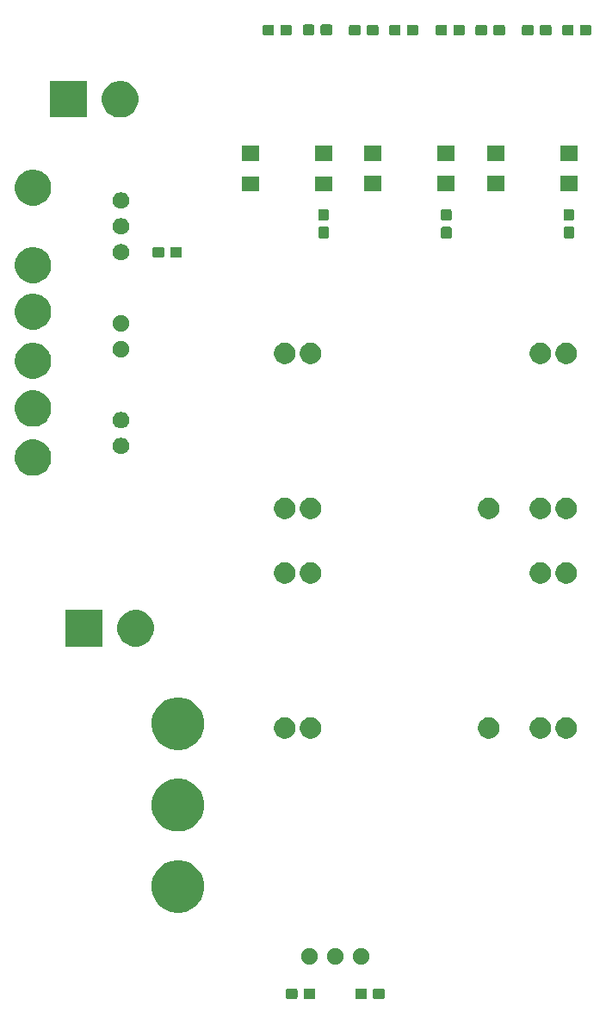
<source format=gbr>
G04 #@! TF.GenerationSoftware,KiCad,Pcbnew,(5.0.0)*
G04 #@! TF.CreationDate,2019-03-04T20:58:40-06:00*
G04 #@! TF.ProjectId,LightingBoard_Hardware,4C69676874696E67426F6172645F4861,rev?*
G04 #@! TF.SameCoordinates,Original*
G04 #@! TF.FileFunction,Soldermask,Top*
G04 #@! TF.FilePolarity,Negative*
%FSLAX46Y46*%
G04 Gerber Fmt 4.6, Leading zero omitted, Abs format (unit mm)*
G04 Created by KiCad (PCBNEW (5.0.0)) date 03/04/19 20:58:40*
%MOMM*%
%LPD*%
G01*
G04 APERTURE LIST*
%ADD10C,0.100000*%
G04 APERTURE END LIST*
D10*
G36*
X140467499Y-122795445D02*
X140504993Y-122806819D01*
X140539557Y-122825294D01*
X140569847Y-122850153D01*
X140594706Y-122880443D01*
X140613181Y-122915007D01*
X140624555Y-122952501D01*
X140629000Y-122997638D01*
X140629000Y-123636362D01*
X140624555Y-123681499D01*
X140613181Y-123718993D01*
X140594706Y-123753557D01*
X140569847Y-123783847D01*
X140539557Y-123808706D01*
X140504993Y-123827181D01*
X140467499Y-123838555D01*
X140422362Y-123843000D01*
X139683638Y-123843000D01*
X139638501Y-123838555D01*
X139601007Y-123827181D01*
X139566443Y-123808706D01*
X139536153Y-123783847D01*
X139511294Y-123753557D01*
X139492819Y-123718993D01*
X139481445Y-123681499D01*
X139477000Y-123636362D01*
X139477000Y-122997638D01*
X139481445Y-122952501D01*
X139492819Y-122915007D01*
X139511294Y-122880443D01*
X139536153Y-122850153D01*
X139566443Y-122825294D01*
X139601007Y-122806819D01*
X139638501Y-122795445D01*
X139683638Y-122791000D01*
X140422362Y-122791000D01*
X140467499Y-122795445D01*
X140467499Y-122795445D01*
G37*
G36*
X138717499Y-122795445D02*
X138754993Y-122806819D01*
X138789557Y-122825294D01*
X138819847Y-122850153D01*
X138844706Y-122880443D01*
X138863181Y-122915007D01*
X138874555Y-122952501D01*
X138879000Y-122997638D01*
X138879000Y-123636362D01*
X138874555Y-123681499D01*
X138863181Y-123718993D01*
X138844706Y-123753557D01*
X138819847Y-123783847D01*
X138789557Y-123808706D01*
X138754993Y-123827181D01*
X138717499Y-123838555D01*
X138672362Y-123843000D01*
X137933638Y-123843000D01*
X137888501Y-123838555D01*
X137851007Y-123827181D01*
X137816443Y-123808706D01*
X137786153Y-123783847D01*
X137761294Y-123753557D01*
X137742819Y-123718993D01*
X137731445Y-123681499D01*
X137727000Y-123636362D01*
X137727000Y-122997638D01*
X137731445Y-122952501D01*
X137742819Y-122915007D01*
X137761294Y-122880443D01*
X137786153Y-122850153D01*
X137816443Y-122825294D01*
X137851007Y-122806819D01*
X137888501Y-122795445D01*
X137933638Y-122791000D01*
X138672362Y-122791000D01*
X138717499Y-122795445D01*
X138717499Y-122795445D01*
G37*
G36*
X133637499Y-122795445D02*
X133674993Y-122806819D01*
X133709557Y-122825294D01*
X133739847Y-122850153D01*
X133764706Y-122880443D01*
X133783181Y-122915007D01*
X133794555Y-122952501D01*
X133799000Y-122997638D01*
X133799000Y-123636362D01*
X133794555Y-123681499D01*
X133783181Y-123718993D01*
X133764706Y-123753557D01*
X133739847Y-123783847D01*
X133709557Y-123808706D01*
X133674993Y-123827181D01*
X133637499Y-123838555D01*
X133592362Y-123843000D01*
X132853638Y-123843000D01*
X132808501Y-123838555D01*
X132771007Y-123827181D01*
X132736443Y-123808706D01*
X132706153Y-123783847D01*
X132681294Y-123753557D01*
X132662819Y-123718993D01*
X132651445Y-123681499D01*
X132647000Y-123636362D01*
X132647000Y-122997638D01*
X132651445Y-122952501D01*
X132662819Y-122915007D01*
X132681294Y-122880443D01*
X132706153Y-122850153D01*
X132736443Y-122825294D01*
X132771007Y-122806819D01*
X132808501Y-122795445D01*
X132853638Y-122791000D01*
X133592362Y-122791000D01*
X133637499Y-122795445D01*
X133637499Y-122795445D01*
G37*
G36*
X131887499Y-122795445D02*
X131924993Y-122806819D01*
X131959557Y-122825294D01*
X131989847Y-122850153D01*
X132014706Y-122880443D01*
X132033181Y-122915007D01*
X132044555Y-122952501D01*
X132049000Y-122997638D01*
X132049000Y-123636362D01*
X132044555Y-123681499D01*
X132033181Y-123718993D01*
X132014706Y-123753557D01*
X131989847Y-123783847D01*
X131959557Y-123808706D01*
X131924993Y-123827181D01*
X131887499Y-123838555D01*
X131842362Y-123843000D01*
X131103638Y-123843000D01*
X131058501Y-123838555D01*
X131021007Y-123827181D01*
X130986443Y-123808706D01*
X130956153Y-123783847D01*
X130931294Y-123753557D01*
X130912819Y-123718993D01*
X130901445Y-123681499D01*
X130897000Y-123636362D01*
X130897000Y-122997638D01*
X130901445Y-122952501D01*
X130912819Y-122915007D01*
X130931294Y-122880443D01*
X130956153Y-122850153D01*
X130986443Y-122825294D01*
X131021007Y-122806819D01*
X131058501Y-122795445D01*
X131103638Y-122791000D01*
X131842362Y-122791000D01*
X131887499Y-122795445D01*
X131887499Y-122795445D01*
G37*
G36*
X133460142Y-118852242D02*
X133608102Y-118913530D01*
X133741258Y-119002502D01*
X133854498Y-119115742D01*
X133943470Y-119248898D01*
X134004758Y-119396858D01*
X134036000Y-119553925D01*
X134036000Y-119714075D01*
X134004758Y-119871142D01*
X133943470Y-120019102D01*
X133854498Y-120152258D01*
X133741258Y-120265498D01*
X133608102Y-120354470D01*
X133460142Y-120415758D01*
X133303075Y-120447000D01*
X133142925Y-120447000D01*
X132985858Y-120415758D01*
X132837898Y-120354470D01*
X132704742Y-120265498D01*
X132591502Y-120152258D01*
X132502530Y-120019102D01*
X132441242Y-119871142D01*
X132410000Y-119714075D01*
X132410000Y-119553925D01*
X132441242Y-119396858D01*
X132502530Y-119248898D01*
X132591502Y-119115742D01*
X132704742Y-119002502D01*
X132837898Y-118913530D01*
X132985858Y-118852242D01*
X133142925Y-118821000D01*
X133303075Y-118821000D01*
X133460142Y-118852242D01*
X133460142Y-118852242D01*
G37*
G36*
X138540142Y-118852242D02*
X138688102Y-118913530D01*
X138821258Y-119002502D01*
X138934498Y-119115742D01*
X139023470Y-119248898D01*
X139084758Y-119396858D01*
X139116000Y-119553925D01*
X139116000Y-119714075D01*
X139084758Y-119871142D01*
X139023470Y-120019102D01*
X138934498Y-120152258D01*
X138821258Y-120265498D01*
X138688102Y-120354470D01*
X138540142Y-120415758D01*
X138383075Y-120447000D01*
X138222925Y-120447000D01*
X138065858Y-120415758D01*
X137917898Y-120354470D01*
X137784742Y-120265498D01*
X137671502Y-120152258D01*
X137582530Y-120019102D01*
X137521242Y-119871142D01*
X137490000Y-119714075D01*
X137490000Y-119553925D01*
X137521242Y-119396858D01*
X137582530Y-119248898D01*
X137671502Y-119115742D01*
X137784742Y-119002502D01*
X137917898Y-118913530D01*
X138065858Y-118852242D01*
X138222925Y-118821000D01*
X138383075Y-118821000D01*
X138540142Y-118852242D01*
X138540142Y-118852242D01*
G37*
G36*
X136000142Y-118852242D02*
X136148102Y-118913530D01*
X136281258Y-119002502D01*
X136394498Y-119115742D01*
X136483470Y-119248898D01*
X136544758Y-119396858D01*
X136576000Y-119553925D01*
X136576000Y-119714075D01*
X136544758Y-119871142D01*
X136483470Y-120019102D01*
X136394498Y-120152258D01*
X136281258Y-120265498D01*
X136148102Y-120354470D01*
X136000142Y-120415758D01*
X135843075Y-120447000D01*
X135682925Y-120447000D01*
X135525858Y-120415758D01*
X135377898Y-120354470D01*
X135244742Y-120265498D01*
X135131502Y-120152258D01*
X135042530Y-120019102D01*
X134981242Y-119871142D01*
X134950000Y-119714075D01*
X134950000Y-119553925D01*
X134981242Y-119396858D01*
X135042530Y-119248898D01*
X135131502Y-119115742D01*
X135244742Y-119002502D01*
X135377898Y-118913530D01*
X135525858Y-118852242D01*
X135682925Y-118821000D01*
X135843075Y-118821000D01*
X136000142Y-118852242D01*
X136000142Y-118852242D01*
G37*
G36*
X120883308Y-110250380D02*
X121050167Y-110283570D01*
X121521699Y-110478885D01*
X121943203Y-110760526D01*
X121946069Y-110762441D01*
X122306959Y-111123331D01*
X122306961Y-111123334D01*
X122590515Y-111547701D01*
X122785830Y-112019233D01*
X122885400Y-112519809D01*
X122885400Y-113030191D01*
X122785830Y-113530767D01*
X122590515Y-114002299D01*
X122308874Y-114423803D01*
X122306959Y-114426669D01*
X121946069Y-114787559D01*
X121946066Y-114787561D01*
X121521699Y-115071115D01*
X121050167Y-115266430D01*
X120883308Y-115299620D01*
X120549593Y-115366000D01*
X120039207Y-115366000D01*
X119705492Y-115299620D01*
X119538633Y-115266430D01*
X119067101Y-115071115D01*
X118642734Y-114787561D01*
X118642731Y-114787559D01*
X118281841Y-114426669D01*
X118279926Y-114423803D01*
X117998285Y-114002299D01*
X117802970Y-113530767D01*
X117703400Y-113030191D01*
X117703400Y-112519809D01*
X117802970Y-112019233D01*
X117998285Y-111547701D01*
X118281839Y-111123334D01*
X118281841Y-111123331D01*
X118642731Y-110762441D01*
X118645597Y-110760526D01*
X119067101Y-110478885D01*
X119538633Y-110283570D01*
X119705492Y-110250380D01*
X120039207Y-110184000D01*
X120549593Y-110184000D01*
X120883308Y-110250380D01*
X120883308Y-110250380D01*
G37*
G36*
X120883308Y-102251380D02*
X121050167Y-102284570D01*
X121521699Y-102479885D01*
X121943203Y-102761526D01*
X121946069Y-102763441D01*
X122306959Y-103124331D01*
X122306961Y-103124334D01*
X122590515Y-103548701D01*
X122785830Y-104020233D01*
X122885400Y-104520809D01*
X122885400Y-105031191D01*
X122785830Y-105531767D01*
X122590515Y-106003299D01*
X122308874Y-106424803D01*
X122306959Y-106427669D01*
X121946069Y-106788559D01*
X121946066Y-106788561D01*
X121521699Y-107072115D01*
X121050167Y-107267430D01*
X120883308Y-107300620D01*
X120549593Y-107367000D01*
X120039207Y-107367000D01*
X119705492Y-107300620D01*
X119538633Y-107267430D01*
X119067101Y-107072115D01*
X118642734Y-106788561D01*
X118642731Y-106788559D01*
X118281841Y-106427669D01*
X118279926Y-106424803D01*
X117998285Y-106003299D01*
X117802970Y-105531767D01*
X117703400Y-105031191D01*
X117703400Y-104520809D01*
X117802970Y-104020233D01*
X117998285Y-103548701D01*
X118281839Y-103124334D01*
X118281841Y-103124331D01*
X118642731Y-102763441D01*
X118645597Y-102761526D01*
X119067101Y-102479885D01*
X119538633Y-102284570D01*
X119705492Y-102251380D01*
X120039207Y-102185000D01*
X120549593Y-102185000D01*
X120883308Y-102251380D01*
X120883308Y-102251380D01*
G37*
G36*
X120883308Y-94250380D02*
X121050167Y-94283570D01*
X121521699Y-94478885D01*
X121943203Y-94760526D01*
X121946069Y-94762441D01*
X122306959Y-95123331D01*
X122306961Y-95123334D01*
X122590515Y-95547701D01*
X122590515Y-95547702D01*
X122785830Y-96019234D01*
X122885400Y-96519807D01*
X122885400Y-97030193D01*
X122835210Y-97282514D01*
X122785830Y-97530767D01*
X122590515Y-98002299D01*
X122308874Y-98423803D01*
X122306959Y-98426669D01*
X121946069Y-98787559D01*
X121946066Y-98787561D01*
X121521699Y-99071115D01*
X121050167Y-99266430D01*
X120883308Y-99299620D01*
X120549593Y-99366000D01*
X120039207Y-99366000D01*
X119705492Y-99299620D01*
X119538633Y-99266430D01*
X119067101Y-99071115D01*
X118642734Y-98787561D01*
X118642731Y-98787559D01*
X118281841Y-98426669D01*
X118279926Y-98423803D01*
X117998285Y-98002299D01*
X117802970Y-97530767D01*
X117753590Y-97282514D01*
X117703400Y-97030193D01*
X117703400Y-96519807D01*
X117802970Y-96019234D01*
X117998285Y-95547702D01*
X117998285Y-95547701D01*
X118281839Y-95123334D01*
X118281841Y-95123331D01*
X118642731Y-94762441D01*
X118645597Y-94760526D01*
X119067101Y-94478885D01*
X119538633Y-94283570D01*
X119705492Y-94250380D01*
X120039207Y-94184000D01*
X120549593Y-94184000D01*
X120883308Y-94250380D01*
X120883308Y-94250380D01*
G37*
G36*
X133649681Y-96168389D02*
X133840950Y-96247615D01*
X134013092Y-96362637D01*
X134159479Y-96509024D01*
X134274501Y-96681166D01*
X134353727Y-96872435D01*
X134394116Y-97075484D01*
X134394116Y-97282516D01*
X134353727Y-97485565D01*
X134274501Y-97676834D01*
X134159479Y-97848976D01*
X134013092Y-97995363D01*
X133840950Y-98110385D01*
X133649681Y-98189611D01*
X133446632Y-98230000D01*
X133239600Y-98230000D01*
X133036551Y-98189611D01*
X132845282Y-98110385D01*
X132673140Y-97995363D01*
X132526753Y-97848976D01*
X132411731Y-97676834D01*
X132332505Y-97485565D01*
X132292116Y-97282516D01*
X132292116Y-97075484D01*
X132332505Y-96872435D01*
X132411731Y-96681166D01*
X132526753Y-96509024D01*
X132673140Y-96362637D01*
X132845282Y-96247615D01*
X133036551Y-96168389D01*
X133239600Y-96128000D01*
X133446632Y-96128000D01*
X133649681Y-96168389D01*
X133649681Y-96168389D01*
G37*
G36*
X131109681Y-96168389D02*
X131300950Y-96247615D01*
X131473092Y-96362637D01*
X131619479Y-96509024D01*
X131734501Y-96681166D01*
X131813727Y-96872435D01*
X131854116Y-97075484D01*
X131854116Y-97282516D01*
X131813727Y-97485565D01*
X131734501Y-97676834D01*
X131619479Y-97848976D01*
X131473092Y-97995363D01*
X131300950Y-98110385D01*
X131109681Y-98189611D01*
X130906632Y-98230000D01*
X130699600Y-98230000D01*
X130496551Y-98189611D01*
X130305282Y-98110385D01*
X130133140Y-97995363D01*
X129986753Y-97848976D01*
X129871731Y-97676834D01*
X129792505Y-97485565D01*
X129752116Y-97282516D01*
X129752116Y-97075484D01*
X129792505Y-96872435D01*
X129871731Y-96681166D01*
X129986753Y-96509024D01*
X130133140Y-96362637D01*
X130305282Y-96247615D01*
X130496551Y-96168389D01*
X130699600Y-96128000D01*
X130906632Y-96128000D01*
X131109681Y-96168389D01*
X131109681Y-96168389D01*
G37*
G36*
X156255681Y-96168389D02*
X156446950Y-96247615D01*
X156619092Y-96362637D01*
X156765479Y-96509024D01*
X156880501Y-96681166D01*
X156959727Y-96872435D01*
X157000116Y-97075484D01*
X157000116Y-97282516D01*
X156959727Y-97485565D01*
X156880501Y-97676834D01*
X156765479Y-97848976D01*
X156619092Y-97995363D01*
X156446950Y-98110385D01*
X156255681Y-98189611D01*
X156052632Y-98230000D01*
X155845600Y-98230000D01*
X155642551Y-98189611D01*
X155451282Y-98110385D01*
X155279140Y-97995363D01*
X155132753Y-97848976D01*
X155017731Y-97676834D01*
X154938505Y-97485565D01*
X154898116Y-97282516D01*
X154898116Y-97075484D01*
X154938505Y-96872435D01*
X155017731Y-96681166D01*
X155132753Y-96509024D01*
X155279140Y-96362637D01*
X155451282Y-96247615D01*
X155642551Y-96168389D01*
X155845600Y-96128000D01*
X156052632Y-96128000D01*
X156255681Y-96168389D01*
X156255681Y-96168389D01*
G37*
G36*
X158795681Y-96168389D02*
X158986950Y-96247615D01*
X159159092Y-96362637D01*
X159305479Y-96509024D01*
X159420501Y-96681166D01*
X159499727Y-96872435D01*
X159540116Y-97075484D01*
X159540116Y-97282516D01*
X159499727Y-97485565D01*
X159420501Y-97676834D01*
X159305479Y-97848976D01*
X159159092Y-97995363D01*
X158986950Y-98110385D01*
X158795681Y-98189611D01*
X158592632Y-98230000D01*
X158385600Y-98230000D01*
X158182551Y-98189611D01*
X157991282Y-98110385D01*
X157819140Y-97995363D01*
X157672753Y-97848976D01*
X157557731Y-97676834D01*
X157478505Y-97485565D01*
X157438116Y-97282516D01*
X157438116Y-97075484D01*
X157478505Y-96872435D01*
X157557731Y-96681166D01*
X157672753Y-96509024D01*
X157819140Y-96362637D01*
X157991282Y-96247615D01*
X158182551Y-96168389D01*
X158385600Y-96128000D01*
X158592632Y-96128000D01*
X158795681Y-96168389D01*
X158795681Y-96168389D01*
G37*
G36*
X151175681Y-96168389D02*
X151366950Y-96247615D01*
X151539092Y-96362637D01*
X151685479Y-96509024D01*
X151800501Y-96681166D01*
X151879727Y-96872435D01*
X151920116Y-97075484D01*
X151920116Y-97282516D01*
X151879727Y-97485565D01*
X151800501Y-97676834D01*
X151685479Y-97848976D01*
X151539092Y-97995363D01*
X151366950Y-98110385D01*
X151175681Y-98189611D01*
X150972632Y-98230000D01*
X150765600Y-98230000D01*
X150562551Y-98189611D01*
X150371282Y-98110385D01*
X150199140Y-97995363D01*
X150052753Y-97848976D01*
X149937731Y-97676834D01*
X149858505Y-97485565D01*
X149818116Y-97282516D01*
X149818116Y-97075484D01*
X149858505Y-96872435D01*
X149937731Y-96681166D01*
X150052753Y-96509024D01*
X150199140Y-96362637D01*
X150371282Y-96247615D01*
X150562551Y-96168389D01*
X150765600Y-96128000D01*
X150972632Y-96128000D01*
X151175681Y-96168389D01*
X151175681Y-96168389D01*
G37*
G36*
X116666831Y-85644211D02*
X116994592Y-85779974D01*
X117289573Y-85977074D01*
X117540426Y-86227927D01*
X117737526Y-86522908D01*
X117873289Y-86850669D01*
X117942500Y-87198616D01*
X117942500Y-87553384D01*
X117873289Y-87901331D01*
X117737526Y-88229092D01*
X117540426Y-88524073D01*
X117289573Y-88774926D01*
X116994592Y-88972026D01*
X116666831Y-89107789D01*
X116318884Y-89177000D01*
X115964116Y-89177000D01*
X115616169Y-89107789D01*
X115288408Y-88972026D01*
X114993427Y-88774926D01*
X114742574Y-88524073D01*
X114545474Y-88229092D01*
X114409711Y-87901331D01*
X114340500Y-87553384D01*
X114340500Y-87198616D01*
X114409711Y-86850669D01*
X114545474Y-86522908D01*
X114742574Y-86227927D01*
X114993427Y-85977074D01*
X115288408Y-85779974D01*
X115616169Y-85644211D01*
X115964116Y-85575000D01*
X116318884Y-85575000D01*
X116666831Y-85644211D01*
X116666831Y-85644211D01*
G37*
G36*
X112862500Y-89177000D02*
X109260500Y-89177000D01*
X109260500Y-85575000D01*
X112862500Y-85575000D01*
X112862500Y-89177000D01*
X112862500Y-89177000D01*
G37*
G36*
X158795681Y-80928389D02*
X158986950Y-81007615D01*
X159159092Y-81122637D01*
X159305479Y-81269024D01*
X159420501Y-81441166D01*
X159499727Y-81632435D01*
X159540116Y-81835484D01*
X159540116Y-82042516D01*
X159499727Y-82245565D01*
X159420501Y-82436834D01*
X159305479Y-82608976D01*
X159159092Y-82755363D01*
X158986950Y-82870385D01*
X158795681Y-82949611D01*
X158592632Y-82990000D01*
X158385600Y-82990000D01*
X158182551Y-82949611D01*
X157991282Y-82870385D01*
X157819140Y-82755363D01*
X157672753Y-82608976D01*
X157557731Y-82436834D01*
X157478505Y-82245565D01*
X157438116Y-82042516D01*
X157438116Y-81835484D01*
X157478505Y-81632435D01*
X157557731Y-81441166D01*
X157672753Y-81269024D01*
X157819140Y-81122637D01*
X157991282Y-81007615D01*
X158182551Y-80928389D01*
X158385600Y-80888000D01*
X158592632Y-80888000D01*
X158795681Y-80928389D01*
X158795681Y-80928389D01*
G37*
G36*
X131109681Y-80928389D02*
X131300950Y-81007615D01*
X131473092Y-81122637D01*
X131619479Y-81269024D01*
X131734501Y-81441166D01*
X131813727Y-81632435D01*
X131854116Y-81835484D01*
X131854116Y-82042516D01*
X131813727Y-82245565D01*
X131734501Y-82436834D01*
X131619479Y-82608976D01*
X131473092Y-82755363D01*
X131300950Y-82870385D01*
X131109681Y-82949611D01*
X130906632Y-82990000D01*
X130699600Y-82990000D01*
X130496551Y-82949611D01*
X130305282Y-82870385D01*
X130133140Y-82755363D01*
X129986753Y-82608976D01*
X129871731Y-82436834D01*
X129792505Y-82245565D01*
X129752116Y-82042516D01*
X129752116Y-81835484D01*
X129792505Y-81632435D01*
X129871731Y-81441166D01*
X129986753Y-81269024D01*
X130133140Y-81122637D01*
X130305282Y-81007615D01*
X130496551Y-80928389D01*
X130699600Y-80888000D01*
X130906632Y-80888000D01*
X131109681Y-80928389D01*
X131109681Y-80928389D01*
G37*
G36*
X133649681Y-80928389D02*
X133840950Y-81007615D01*
X134013092Y-81122637D01*
X134159479Y-81269024D01*
X134274501Y-81441166D01*
X134353727Y-81632435D01*
X134394116Y-81835484D01*
X134394116Y-82042516D01*
X134353727Y-82245565D01*
X134274501Y-82436834D01*
X134159479Y-82608976D01*
X134013092Y-82755363D01*
X133840950Y-82870385D01*
X133649681Y-82949611D01*
X133446632Y-82990000D01*
X133239600Y-82990000D01*
X133036551Y-82949611D01*
X132845282Y-82870385D01*
X132673140Y-82755363D01*
X132526753Y-82608976D01*
X132411731Y-82436834D01*
X132332505Y-82245565D01*
X132292116Y-82042516D01*
X132292116Y-81835484D01*
X132332505Y-81632435D01*
X132411731Y-81441166D01*
X132526753Y-81269024D01*
X132673140Y-81122637D01*
X132845282Y-81007615D01*
X133036551Y-80928389D01*
X133239600Y-80888000D01*
X133446632Y-80888000D01*
X133649681Y-80928389D01*
X133649681Y-80928389D01*
G37*
G36*
X156255681Y-80928389D02*
X156446950Y-81007615D01*
X156619092Y-81122637D01*
X156765479Y-81269024D01*
X156880501Y-81441166D01*
X156959727Y-81632435D01*
X157000116Y-81835484D01*
X157000116Y-82042516D01*
X156959727Y-82245565D01*
X156880501Y-82436834D01*
X156765479Y-82608976D01*
X156619092Y-82755363D01*
X156446950Y-82870385D01*
X156255681Y-82949611D01*
X156052632Y-82990000D01*
X155845600Y-82990000D01*
X155642551Y-82949611D01*
X155451282Y-82870385D01*
X155279140Y-82755363D01*
X155132753Y-82608976D01*
X155017731Y-82436834D01*
X154938505Y-82245565D01*
X154898116Y-82042516D01*
X154898116Y-81835484D01*
X154938505Y-81632435D01*
X155017731Y-81441166D01*
X155132753Y-81269024D01*
X155279140Y-81122637D01*
X155451282Y-81007615D01*
X155642551Y-80928389D01*
X155845600Y-80888000D01*
X156052632Y-80888000D01*
X156255681Y-80928389D01*
X156255681Y-80928389D01*
G37*
G36*
X158795681Y-74578389D02*
X158986950Y-74657615D01*
X159159092Y-74772637D01*
X159305479Y-74919024D01*
X159420501Y-75091166D01*
X159499727Y-75282435D01*
X159540116Y-75485484D01*
X159540116Y-75692516D01*
X159499727Y-75895565D01*
X159420501Y-76086834D01*
X159305479Y-76258976D01*
X159159092Y-76405363D01*
X158986950Y-76520385D01*
X158795681Y-76599611D01*
X158592632Y-76640000D01*
X158385600Y-76640000D01*
X158182551Y-76599611D01*
X157991282Y-76520385D01*
X157819140Y-76405363D01*
X157672753Y-76258976D01*
X157557731Y-76086834D01*
X157478505Y-75895565D01*
X157438116Y-75692516D01*
X157438116Y-75485484D01*
X157478505Y-75282435D01*
X157557731Y-75091166D01*
X157672753Y-74919024D01*
X157819140Y-74772637D01*
X157991282Y-74657615D01*
X158182551Y-74578389D01*
X158385600Y-74538000D01*
X158592632Y-74538000D01*
X158795681Y-74578389D01*
X158795681Y-74578389D01*
G37*
G36*
X131109681Y-74578389D02*
X131300950Y-74657615D01*
X131473092Y-74772637D01*
X131619479Y-74919024D01*
X131734501Y-75091166D01*
X131813727Y-75282435D01*
X131854116Y-75485484D01*
X131854116Y-75692516D01*
X131813727Y-75895565D01*
X131734501Y-76086834D01*
X131619479Y-76258976D01*
X131473092Y-76405363D01*
X131300950Y-76520385D01*
X131109681Y-76599611D01*
X130906632Y-76640000D01*
X130699600Y-76640000D01*
X130496551Y-76599611D01*
X130305282Y-76520385D01*
X130133140Y-76405363D01*
X129986753Y-76258976D01*
X129871731Y-76086834D01*
X129792505Y-75895565D01*
X129752116Y-75692516D01*
X129752116Y-75485484D01*
X129792505Y-75282435D01*
X129871731Y-75091166D01*
X129986753Y-74919024D01*
X130133140Y-74772637D01*
X130305282Y-74657615D01*
X130496551Y-74578389D01*
X130699600Y-74538000D01*
X130906632Y-74538000D01*
X131109681Y-74578389D01*
X131109681Y-74578389D01*
G37*
G36*
X133649681Y-74578389D02*
X133840950Y-74657615D01*
X134013092Y-74772637D01*
X134159479Y-74919024D01*
X134274501Y-75091166D01*
X134353727Y-75282435D01*
X134394116Y-75485484D01*
X134394116Y-75692516D01*
X134353727Y-75895565D01*
X134274501Y-76086834D01*
X134159479Y-76258976D01*
X134013092Y-76405363D01*
X133840950Y-76520385D01*
X133649681Y-76599611D01*
X133446632Y-76640000D01*
X133239600Y-76640000D01*
X133036551Y-76599611D01*
X132845282Y-76520385D01*
X132673140Y-76405363D01*
X132526753Y-76258976D01*
X132411731Y-76086834D01*
X132332505Y-75895565D01*
X132292116Y-75692516D01*
X132292116Y-75485484D01*
X132332505Y-75282435D01*
X132411731Y-75091166D01*
X132526753Y-74919024D01*
X132673140Y-74772637D01*
X132845282Y-74657615D01*
X133036551Y-74578389D01*
X133239600Y-74538000D01*
X133446632Y-74538000D01*
X133649681Y-74578389D01*
X133649681Y-74578389D01*
G37*
G36*
X156255681Y-74578389D02*
X156446950Y-74657615D01*
X156619092Y-74772637D01*
X156765479Y-74919024D01*
X156880501Y-75091166D01*
X156959727Y-75282435D01*
X157000116Y-75485484D01*
X157000116Y-75692516D01*
X156959727Y-75895565D01*
X156880501Y-76086834D01*
X156765479Y-76258976D01*
X156619092Y-76405363D01*
X156446950Y-76520385D01*
X156255681Y-76599611D01*
X156052632Y-76640000D01*
X155845600Y-76640000D01*
X155642551Y-76599611D01*
X155451282Y-76520385D01*
X155279140Y-76405363D01*
X155132753Y-76258976D01*
X155017731Y-76086834D01*
X154938505Y-75895565D01*
X154898116Y-75692516D01*
X154898116Y-75485484D01*
X154938505Y-75282435D01*
X155017731Y-75091166D01*
X155132753Y-74919024D01*
X155279140Y-74772637D01*
X155451282Y-74657615D01*
X155642551Y-74578389D01*
X155845600Y-74538000D01*
X156052632Y-74538000D01*
X156255681Y-74578389D01*
X156255681Y-74578389D01*
G37*
G36*
X151175681Y-74578389D02*
X151366950Y-74657615D01*
X151539092Y-74772637D01*
X151685479Y-74919024D01*
X151800501Y-75091166D01*
X151879727Y-75282435D01*
X151920116Y-75485484D01*
X151920116Y-75692516D01*
X151879727Y-75895565D01*
X151800501Y-76086834D01*
X151685479Y-76258976D01*
X151539092Y-76405363D01*
X151366950Y-76520385D01*
X151175681Y-76599611D01*
X150972632Y-76640000D01*
X150765600Y-76640000D01*
X150562551Y-76599611D01*
X150371282Y-76520385D01*
X150199140Y-76405363D01*
X150052753Y-76258976D01*
X149937731Y-76086834D01*
X149858505Y-75895565D01*
X149818116Y-75692516D01*
X149818116Y-75485484D01*
X149858505Y-75282435D01*
X149937731Y-75091166D01*
X150052753Y-74919024D01*
X150199140Y-74772637D01*
X150371282Y-74657615D01*
X150562551Y-74578389D01*
X150765600Y-74538000D01*
X150972632Y-74538000D01*
X151175681Y-74578389D01*
X151175681Y-74578389D01*
G37*
G36*
X106559037Y-68906250D02*
X106559039Y-68906251D01*
X106559040Y-68906251D01*
X106882251Y-69040129D01*
X107169192Y-69231857D01*
X107173137Y-69234493D01*
X107420507Y-69481863D01*
X107420509Y-69481866D01*
X107614871Y-69772749D01*
X107648568Y-69854102D01*
X107748750Y-70095963D01*
X107785755Y-70282000D01*
X107817000Y-70439079D01*
X107817000Y-70788921D01*
X107748749Y-71132040D01*
X107614871Y-71455251D01*
X107614870Y-71455252D01*
X107420507Y-71746137D01*
X107173137Y-71993507D01*
X107173134Y-71993509D01*
X106882251Y-72187871D01*
X106559040Y-72321749D01*
X106559039Y-72321749D01*
X106559037Y-72321750D01*
X106215922Y-72390000D01*
X105866078Y-72390000D01*
X105522963Y-72321750D01*
X105522961Y-72321749D01*
X105522960Y-72321749D01*
X105199749Y-72187871D01*
X104908866Y-71993509D01*
X104908863Y-71993507D01*
X104661493Y-71746137D01*
X104467130Y-71455252D01*
X104467129Y-71455251D01*
X104333251Y-71132040D01*
X104265000Y-70788921D01*
X104265000Y-70439079D01*
X104296245Y-70282000D01*
X104333250Y-70095963D01*
X104433432Y-69854102D01*
X104467129Y-69772749D01*
X104661491Y-69481866D01*
X104661493Y-69481863D01*
X104908863Y-69234493D01*
X104912808Y-69231857D01*
X105199749Y-69040129D01*
X105522960Y-68906251D01*
X105522961Y-68906251D01*
X105522963Y-68906250D01*
X105866078Y-68838000D01*
X106215922Y-68838000D01*
X106559037Y-68906250D01*
X106559037Y-68906250D01*
G37*
G36*
X114918142Y-68687242D02*
X115066102Y-68748530D01*
X115199258Y-68837502D01*
X115312498Y-68950742D01*
X115401470Y-69083898D01*
X115462758Y-69231858D01*
X115494000Y-69388925D01*
X115494000Y-69549075D01*
X115462758Y-69706142D01*
X115401470Y-69854102D01*
X115312498Y-69987258D01*
X115199258Y-70100498D01*
X115066102Y-70189470D01*
X114918142Y-70250758D01*
X114761075Y-70282000D01*
X114600925Y-70282000D01*
X114443858Y-70250758D01*
X114295898Y-70189470D01*
X114162742Y-70100498D01*
X114049502Y-69987258D01*
X113960530Y-69854102D01*
X113899242Y-69706142D01*
X113868000Y-69549075D01*
X113868000Y-69388925D01*
X113899242Y-69231858D01*
X113960530Y-69083898D01*
X114049502Y-68950742D01*
X114162742Y-68837502D01*
X114295898Y-68748530D01*
X114443858Y-68687242D01*
X114600925Y-68656000D01*
X114761075Y-68656000D01*
X114918142Y-68687242D01*
X114918142Y-68687242D01*
G37*
G36*
X114918142Y-66147242D02*
X115066102Y-66208530D01*
X115199258Y-66297502D01*
X115312498Y-66410742D01*
X115401470Y-66543898D01*
X115462758Y-66691858D01*
X115494000Y-66848925D01*
X115494000Y-67009075D01*
X115462758Y-67166142D01*
X115415354Y-67280583D01*
X115401471Y-67314100D01*
X115312499Y-67447257D01*
X115199257Y-67560499D01*
X115133130Y-67604683D01*
X115066102Y-67649470D01*
X114918142Y-67710758D01*
X114761075Y-67742000D01*
X114600925Y-67742000D01*
X114443858Y-67710758D01*
X114295898Y-67649470D01*
X114228870Y-67604683D01*
X114162743Y-67560499D01*
X114049501Y-67447257D01*
X113960529Y-67314100D01*
X113946646Y-67280583D01*
X113899242Y-67166142D01*
X113868000Y-67009075D01*
X113868000Y-66848925D01*
X113899242Y-66691858D01*
X113960530Y-66543898D01*
X114049502Y-66410742D01*
X114162742Y-66297502D01*
X114295898Y-66208530D01*
X114443858Y-66147242D01*
X114600925Y-66116000D01*
X114761075Y-66116000D01*
X114918142Y-66147242D01*
X114918142Y-66147242D01*
G37*
G36*
X106563037Y-64078250D02*
X106563039Y-64078251D01*
X106563040Y-64078251D01*
X106886251Y-64212129D01*
X106886252Y-64212130D01*
X107177137Y-64406493D01*
X107424507Y-64653863D01*
X107424509Y-64653866D01*
X107618871Y-64944749D01*
X107752749Y-65267960D01*
X107752750Y-65267963D01*
X107821000Y-65611078D01*
X107821000Y-65960922D01*
X107754050Y-66297502D01*
X107752749Y-66304040D01*
X107618871Y-66627251D01*
X107575702Y-66691858D01*
X107424507Y-66918137D01*
X107177137Y-67165507D01*
X107177134Y-67165509D01*
X106886251Y-67359871D01*
X106563040Y-67493749D01*
X106563039Y-67493749D01*
X106563037Y-67493750D01*
X106219922Y-67562000D01*
X105870078Y-67562000D01*
X105526963Y-67493750D01*
X105526961Y-67493749D01*
X105526960Y-67493749D01*
X105203749Y-67359871D01*
X104912866Y-67165509D01*
X104912863Y-67165507D01*
X104665493Y-66918137D01*
X104514298Y-66691858D01*
X104471129Y-66627251D01*
X104337251Y-66304040D01*
X104335951Y-66297502D01*
X104269000Y-65960922D01*
X104269000Y-65611078D01*
X104337250Y-65267963D01*
X104337251Y-65267960D01*
X104471129Y-64944749D01*
X104665491Y-64653866D01*
X104665493Y-64653863D01*
X104912863Y-64406493D01*
X105203748Y-64212130D01*
X105203749Y-64212129D01*
X105526960Y-64078251D01*
X105526961Y-64078251D01*
X105526963Y-64078250D01*
X105870078Y-64010000D01*
X106219922Y-64010000D01*
X106563037Y-64078250D01*
X106563037Y-64078250D01*
G37*
G36*
X106559037Y-59381250D02*
X106559039Y-59381251D01*
X106559040Y-59381251D01*
X106882251Y-59515129D01*
X107127537Y-59679024D01*
X107173137Y-59709493D01*
X107420507Y-59956863D01*
X107420509Y-59956866D01*
X107614871Y-60247749D01*
X107648568Y-60329102D01*
X107748750Y-60570963D01*
X107785755Y-60757000D01*
X107817000Y-60914079D01*
X107817000Y-61263921D01*
X107748749Y-61607040D01*
X107614871Y-61930251D01*
X107614870Y-61930252D01*
X107420507Y-62221137D01*
X107173137Y-62468507D01*
X107173134Y-62468509D01*
X106882251Y-62662871D01*
X106559040Y-62796749D01*
X106559039Y-62796749D01*
X106559037Y-62796750D01*
X106215922Y-62865000D01*
X105866078Y-62865000D01*
X105522963Y-62796750D01*
X105522961Y-62796749D01*
X105522960Y-62796749D01*
X105199749Y-62662871D01*
X104908866Y-62468509D01*
X104908863Y-62468507D01*
X104661493Y-62221137D01*
X104467130Y-61930252D01*
X104467129Y-61930251D01*
X104333251Y-61607040D01*
X104265000Y-61263921D01*
X104265000Y-60914079D01*
X104296245Y-60757000D01*
X104333250Y-60570963D01*
X104433432Y-60329102D01*
X104467129Y-60247749D01*
X104661491Y-59956866D01*
X104661493Y-59956863D01*
X104908863Y-59709493D01*
X104954463Y-59679024D01*
X105199749Y-59515129D01*
X105522960Y-59381251D01*
X105522961Y-59381251D01*
X105522963Y-59381250D01*
X105866078Y-59313000D01*
X106215922Y-59313000D01*
X106559037Y-59381250D01*
X106559037Y-59381250D01*
G37*
G36*
X156255681Y-59338389D02*
X156446950Y-59417615D01*
X156619092Y-59532637D01*
X156765479Y-59679024D01*
X156880501Y-59851166D01*
X156959727Y-60042435D01*
X157000116Y-60245484D01*
X157000116Y-60452516D01*
X156959727Y-60655565D01*
X156880501Y-60846834D01*
X156765479Y-61018976D01*
X156619092Y-61165363D01*
X156446950Y-61280385D01*
X156255681Y-61359611D01*
X156052632Y-61400000D01*
X155845600Y-61400000D01*
X155642551Y-61359611D01*
X155451282Y-61280385D01*
X155279140Y-61165363D01*
X155132753Y-61018976D01*
X155017731Y-60846834D01*
X154938505Y-60655565D01*
X154898116Y-60452516D01*
X154898116Y-60245484D01*
X154938505Y-60042435D01*
X155017731Y-59851166D01*
X155132753Y-59679024D01*
X155279140Y-59532637D01*
X155451282Y-59417615D01*
X155642551Y-59338389D01*
X155845600Y-59298000D01*
X156052632Y-59298000D01*
X156255681Y-59338389D01*
X156255681Y-59338389D01*
G37*
G36*
X131109681Y-59338389D02*
X131300950Y-59417615D01*
X131473092Y-59532637D01*
X131619479Y-59679024D01*
X131734501Y-59851166D01*
X131813727Y-60042435D01*
X131854116Y-60245484D01*
X131854116Y-60452516D01*
X131813727Y-60655565D01*
X131734501Y-60846834D01*
X131619479Y-61018976D01*
X131473092Y-61165363D01*
X131300950Y-61280385D01*
X131109681Y-61359611D01*
X130906632Y-61400000D01*
X130699600Y-61400000D01*
X130496551Y-61359611D01*
X130305282Y-61280385D01*
X130133140Y-61165363D01*
X129986753Y-61018976D01*
X129871731Y-60846834D01*
X129792505Y-60655565D01*
X129752116Y-60452516D01*
X129752116Y-60245484D01*
X129792505Y-60042435D01*
X129871731Y-59851166D01*
X129986753Y-59679024D01*
X130133140Y-59532637D01*
X130305282Y-59417615D01*
X130496551Y-59338389D01*
X130699600Y-59298000D01*
X130906632Y-59298000D01*
X131109681Y-59338389D01*
X131109681Y-59338389D01*
G37*
G36*
X133649681Y-59338389D02*
X133840950Y-59417615D01*
X134013092Y-59532637D01*
X134159479Y-59679024D01*
X134274501Y-59851166D01*
X134353727Y-60042435D01*
X134394116Y-60245484D01*
X134394116Y-60452516D01*
X134353727Y-60655565D01*
X134274501Y-60846834D01*
X134159479Y-61018976D01*
X134013092Y-61165363D01*
X133840950Y-61280385D01*
X133649681Y-61359611D01*
X133446632Y-61400000D01*
X133239600Y-61400000D01*
X133036551Y-61359611D01*
X132845282Y-61280385D01*
X132673140Y-61165363D01*
X132526753Y-61018976D01*
X132411731Y-60846834D01*
X132332505Y-60655565D01*
X132292116Y-60452516D01*
X132292116Y-60245484D01*
X132332505Y-60042435D01*
X132411731Y-59851166D01*
X132526753Y-59679024D01*
X132673140Y-59532637D01*
X132845282Y-59417615D01*
X133036551Y-59338389D01*
X133239600Y-59298000D01*
X133446632Y-59298000D01*
X133649681Y-59338389D01*
X133649681Y-59338389D01*
G37*
G36*
X158795681Y-59338389D02*
X158986950Y-59417615D01*
X159159092Y-59532637D01*
X159305479Y-59679024D01*
X159420501Y-59851166D01*
X159499727Y-60042435D01*
X159540116Y-60245484D01*
X159540116Y-60452516D01*
X159499727Y-60655565D01*
X159420501Y-60846834D01*
X159305479Y-61018976D01*
X159159092Y-61165363D01*
X158986950Y-61280385D01*
X158795681Y-61359611D01*
X158592632Y-61400000D01*
X158385600Y-61400000D01*
X158182551Y-61359611D01*
X157991282Y-61280385D01*
X157819140Y-61165363D01*
X157672753Y-61018976D01*
X157557731Y-60846834D01*
X157478505Y-60655565D01*
X157438116Y-60452516D01*
X157438116Y-60245484D01*
X157478505Y-60042435D01*
X157557731Y-59851166D01*
X157672753Y-59679024D01*
X157819140Y-59532637D01*
X157991282Y-59417615D01*
X158182551Y-59338389D01*
X158385600Y-59298000D01*
X158592632Y-59298000D01*
X158795681Y-59338389D01*
X158795681Y-59338389D01*
G37*
G36*
X114918142Y-59162242D02*
X115066102Y-59223530D01*
X115133130Y-59268317D01*
X115177555Y-59298000D01*
X115199258Y-59312502D01*
X115312498Y-59425742D01*
X115401470Y-59558898D01*
X115462758Y-59706858D01*
X115494000Y-59863925D01*
X115494000Y-60024075D01*
X115462758Y-60181142D01*
X115436106Y-60245484D01*
X115401471Y-60329100D01*
X115319008Y-60452516D01*
X115312498Y-60462258D01*
X115199258Y-60575498D01*
X115066102Y-60664470D01*
X114918142Y-60725758D01*
X114761075Y-60757000D01*
X114600925Y-60757000D01*
X114443858Y-60725758D01*
X114295898Y-60664470D01*
X114162742Y-60575498D01*
X114049502Y-60462258D01*
X114042993Y-60452516D01*
X113960529Y-60329100D01*
X113925894Y-60245484D01*
X113899242Y-60181142D01*
X113868000Y-60024075D01*
X113868000Y-59863925D01*
X113899242Y-59706858D01*
X113960530Y-59558898D01*
X114049502Y-59425742D01*
X114162742Y-59312502D01*
X114184446Y-59298000D01*
X114228870Y-59268317D01*
X114295898Y-59223530D01*
X114443858Y-59162242D01*
X114600925Y-59131000D01*
X114761075Y-59131000D01*
X114918142Y-59162242D01*
X114918142Y-59162242D01*
G37*
G36*
X114918142Y-56622242D02*
X115066102Y-56683530D01*
X115199258Y-56772502D01*
X115312498Y-56885742D01*
X115401470Y-57018898D01*
X115462758Y-57166858D01*
X115494000Y-57323925D01*
X115494000Y-57484075D01*
X115462758Y-57641142D01*
X115415354Y-57755583D01*
X115401471Y-57789100D01*
X115312499Y-57922257D01*
X115199257Y-58035499D01*
X115133130Y-58079683D01*
X115066102Y-58124470D01*
X114918142Y-58185758D01*
X114761075Y-58217000D01*
X114600925Y-58217000D01*
X114443858Y-58185758D01*
X114295898Y-58124470D01*
X114228870Y-58079683D01*
X114162743Y-58035499D01*
X114049501Y-57922257D01*
X113960529Y-57789100D01*
X113946646Y-57755583D01*
X113899242Y-57641142D01*
X113868000Y-57484075D01*
X113868000Y-57323925D01*
X113899242Y-57166858D01*
X113960530Y-57018898D01*
X114049502Y-56885742D01*
X114162742Y-56772502D01*
X114295898Y-56683530D01*
X114443858Y-56622242D01*
X114600925Y-56591000D01*
X114761075Y-56591000D01*
X114918142Y-56622242D01*
X114918142Y-56622242D01*
G37*
G36*
X106563037Y-54553250D02*
X106563039Y-54553251D01*
X106563040Y-54553251D01*
X106886251Y-54687129D01*
X106886252Y-54687130D01*
X107177137Y-54881493D01*
X107424507Y-55128863D01*
X107424509Y-55128866D01*
X107618871Y-55419749D01*
X107752749Y-55742960D01*
X107752750Y-55742963D01*
X107821000Y-56086078D01*
X107821000Y-56435922D01*
X107754050Y-56772502D01*
X107752749Y-56779040D01*
X107618871Y-57102251D01*
X107575702Y-57166858D01*
X107424507Y-57393137D01*
X107177137Y-57640507D01*
X107177134Y-57640509D01*
X106886251Y-57834871D01*
X106563040Y-57968749D01*
X106563039Y-57968749D01*
X106563037Y-57968750D01*
X106219922Y-58037000D01*
X105870078Y-58037000D01*
X105526963Y-57968750D01*
X105526961Y-57968749D01*
X105526960Y-57968749D01*
X105203749Y-57834871D01*
X104912866Y-57640509D01*
X104912863Y-57640507D01*
X104665493Y-57393137D01*
X104514298Y-57166858D01*
X104471129Y-57102251D01*
X104337251Y-56779040D01*
X104335951Y-56772502D01*
X104269000Y-56435922D01*
X104269000Y-56086078D01*
X104337250Y-55742963D01*
X104337251Y-55742960D01*
X104471129Y-55419749D01*
X104665491Y-55128866D01*
X104665493Y-55128863D01*
X104912863Y-54881493D01*
X105203748Y-54687130D01*
X105203749Y-54687129D01*
X105526960Y-54553251D01*
X105526961Y-54553251D01*
X105526963Y-54553250D01*
X105870078Y-54485000D01*
X106219922Y-54485000D01*
X106563037Y-54553250D01*
X106563037Y-54553250D01*
G37*
G36*
X106563037Y-49981250D02*
X106563039Y-49981251D01*
X106563040Y-49981251D01*
X106886251Y-50115129D01*
X106986116Y-50181857D01*
X107177137Y-50309493D01*
X107424507Y-50556863D01*
X107424509Y-50556866D01*
X107618871Y-50847749D01*
X107739705Y-51139470D01*
X107752750Y-51170963D01*
X107764891Y-51232000D01*
X107821000Y-51514079D01*
X107821000Y-51863921D01*
X107752749Y-52207040D01*
X107618871Y-52530251D01*
X107618870Y-52530252D01*
X107424507Y-52821137D01*
X107177137Y-53068507D01*
X107177134Y-53068509D01*
X106886251Y-53262871D01*
X106563040Y-53396749D01*
X106563039Y-53396749D01*
X106563037Y-53396750D01*
X106219922Y-53465000D01*
X105870078Y-53465000D01*
X105526963Y-53396750D01*
X105526961Y-53396749D01*
X105526960Y-53396749D01*
X105203749Y-53262871D01*
X104912866Y-53068509D01*
X104912863Y-53068507D01*
X104665493Y-52821137D01*
X104471130Y-52530252D01*
X104471129Y-52530251D01*
X104337251Y-52207040D01*
X104269000Y-51863921D01*
X104269000Y-51514079D01*
X104325109Y-51232000D01*
X104337250Y-51170963D01*
X104350295Y-51139470D01*
X104471129Y-50847749D01*
X104665491Y-50556866D01*
X104665493Y-50556863D01*
X104912863Y-50309493D01*
X105103884Y-50181857D01*
X105203749Y-50115129D01*
X105526960Y-49981251D01*
X105526961Y-49981251D01*
X105526963Y-49981250D01*
X105870078Y-49913000D01*
X106219922Y-49913000D01*
X106563037Y-49981250D01*
X106563037Y-49981250D01*
G37*
G36*
X114918142Y-49637242D02*
X115066102Y-49698530D01*
X115133130Y-49743317D01*
X115199257Y-49787501D01*
X115312499Y-49900743D01*
X115336941Y-49937323D01*
X115401470Y-50033898D01*
X115462758Y-50181858D01*
X115494000Y-50338925D01*
X115494000Y-50499075D01*
X115462758Y-50656142D01*
X115452047Y-50682000D01*
X115401471Y-50804100D01*
X115330240Y-50910706D01*
X115312498Y-50937258D01*
X115199258Y-51050498D01*
X115066102Y-51139470D01*
X114918142Y-51200758D01*
X114761075Y-51232000D01*
X114600925Y-51232000D01*
X114443858Y-51200758D01*
X114295898Y-51139470D01*
X114162742Y-51050498D01*
X114049502Y-50937258D01*
X114031761Y-50910706D01*
X113960529Y-50804100D01*
X113909953Y-50682000D01*
X113899242Y-50656142D01*
X113868000Y-50499075D01*
X113868000Y-50338925D01*
X113899242Y-50181858D01*
X113960530Y-50033898D01*
X114025059Y-49937323D01*
X114049501Y-49900743D01*
X114162743Y-49787501D01*
X114228870Y-49743317D01*
X114295898Y-49698530D01*
X114443858Y-49637242D01*
X114600925Y-49606000D01*
X114761075Y-49606000D01*
X114918142Y-49637242D01*
X114918142Y-49637242D01*
G37*
G36*
X118778499Y-49897445D02*
X118815993Y-49908819D01*
X118850557Y-49927294D01*
X118880847Y-49952153D01*
X118905706Y-49982443D01*
X118924181Y-50017007D01*
X118935555Y-50054501D01*
X118940000Y-50099638D01*
X118940000Y-50738362D01*
X118935555Y-50783499D01*
X118924181Y-50820993D01*
X118905706Y-50855557D01*
X118880847Y-50885847D01*
X118850557Y-50910706D01*
X118815993Y-50929181D01*
X118778499Y-50940555D01*
X118733362Y-50945000D01*
X117994638Y-50945000D01*
X117949501Y-50940555D01*
X117912007Y-50929181D01*
X117877443Y-50910706D01*
X117847153Y-50885847D01*
X117822294Y-50855557D01*
X117803819Y-50820993D01*
X117792445Y-50783499D01*
X117788000Y-50738362D01*
X117788000Y-50099638D01*
X117792445Y-50054501D01*
X117803819Y-50017007D01*
X117822294Y-49982443D01*
X117847153Y-49952153D01*
X117877443Y-49927294D01*
X117912007Y-49908819D01*
X117949501Y-49897445D01*
X117994638Y-49893000D01*
X118733362Y-49893000D01*
X118778499Y-49897445D01*
X118778499Y-49897445D01*
G37*
G36*
X120528499Y-49897445D02*
X120565993Y-49908819D01*
X120600557Y-49927294D01*
X120630847Y-49952153D01*
X120655706Y-49982443D01*
X120674181Y-50017007D01*
X120685555Y-50054501D01*
X120690000Y-50099638D01*
X120690000Y-50738362D01*
X120685555Y-50783499D01*
X120674181Y-50820993D01*
X120655706Y-50855557D01*
X120630847Y-50885847D01*
X120600557Y-50910706D01*
X120565993Y-50929181D01*
X120528499Y-50940555D01*
X120483362Y-50945000D01*
X119744638Y-50945000D01*
X119699501Y-50940555D01*
X119662007Y-50929181D01*
X119627443Y-50910706D01*
X119597153Y-50885847D01*
X119572294Y-50855557D01*
X119553819Y-50820993D01*
X119542445Y-50783499D01*
X119538000Y-50738362D01*
X119538000Y-50099638D01*
X119542445Y-50054501D01*
X119553819Y-50017007D01*
X119572294Y-49982443D01*
X119597153Y-49952153D01*
X119627443Y-49927294D01*
X119662007Y-49908819D01*
X119699501Y-49897445D01*
X119744638Y-49893000D01*
X120483362Y-49893000D01*
X120528499Y-49897445D01*
X120528499Y-49897445D01*
G37*
G36*
X147049499Y-47928445D02*
X147086993Y-47939819D01*
X147121557Y-47958294D01*
X147151847Y-47983153D01*
X147176706Y-48013443D01*
X147195181Y-48048007D01*
X147206555Y-48085501D01*
X147211000Y-48130638D01*
X147211000Y-48869362D01*
X147206555Y-48914499D01*
X147195181Y-48951993D01*
X147176706Y-48986557D01*
X147151847Y-49016847D01*
X147121557Y-49041706D01*
X147086993Y-49060181D01*
X147049499Y-49071555D01*
X147004362Y-49076000D01*
X146365638Y-49076000D01*
X146320501Y-49071555D01*
X146283007Y-49060181D01*
X146248443Y-49041706D01*
X146218153Y-49016847D01*
X146193294Y-48986557D01*
X146174819Y-48951993D01*
X146163445Y-48914499D01*
X146159000Y-48869362D01*
X146159000Y-48130638D01*
X146163445Y-48085501D01*
X146174819Y-48048007D01*
X146193294Y-48013443D01*
X146218153Y-47983153D01*
X146248443Y-47958294D01*
X146283007Y-47939819D01*
X146320501Y-47928445D01*
X146365638Y-47924000D01*
X147004362Y-47924000D01*
X147049499Y-47928445D01*
X147049499Y-47928445D01*
G37*
G36*
X134984499Y-47914445D02*
X135021993Y-47925819D01*
X135056557Y-47944294D01*
X135086847Y-47969153D01*
X135111706Y-47999443D01*
X135130181Y-48034007D01*
X135141555Y-48071501D01*
X135146000Y-48116638D01*
X135146000Y-48855362D01*
X135141555Y-48900499D01*
X135130181Y-48937993D01*
X135111706Y-48972557D01*
X135086847Y-49002847D01*
X135056557Y-49027706D01*
X135021993Y-49046181D01*
X134984499Y-49057555D01*
X134939362Y-49062000D01*
X134300638Y-49062000D01*
X134255501Y-49057555D01*
X134218007Y-49046181D01*
X134183443Y-49027706D01*
X134153153Y-49002847D01*
X134128294Y-48972557D01*
X134109819Y-48937993D01*
X134098445Y-48900499D01*
X134094000Y-48855362D01*
X134094000Y-48116638D01*
X134098445Y-48071501D01*
X134109819Y-48034007D01*
X134128294Y-47999443D01*
X134153153Y-47969153D01*
X134183443Y-47944294D01*
X134218007Y-47925819D01*
X134255501Y-47914445D01*
X134300638Y-47910000D01*
X134939362Y-47910000D01*
X134984499Y-47914445D01*
X134984499Y-47914445D01*
G37*
G36*
X159114499Y-47914445D02*
X159151993Y-47925819D01*
X159186557Y-47944294D01*
X159216847Y-47969153D01*
X159241706Y-47999443D01*
X159260181Y-48034007D01*
X159271555Y-48071501D01*
X159276000Y-48116638D01*
X159276000Y-48855362D01*
X159271555Y-48900499D01*
X159260181Y-48937993D01*
X159241706Y-48972557D01*
X159216847Y-49002847D01*
X159186557Y-49027706D01*
X159151993Y-49046181D01*
X159114499Y-49057555D01*
X159069362Y-49062000D01*
X158430638Y-49062000D01*
X158385501Y-49057555D01*
X158348007Y-49046181D01*
X158313443Y-49027706D01*
X158283153Y-49002847D01*
X158258294Y-48972557D01*
X158239819Y-48937993D01*
X158228445Y-48900499D01*
X158224000Y-48855362D01*
X158224000Y-48116638D01*
X158228445Y-48071501D01*
X158239819Y-48034007D01*
X158258294Y-47999443D01*
X158283153Y-47969153D01*
X158313443Y-47944294D01*
X158348007Y-47925819D01*
X158385501Y-47914445D01*
X158430638Y-47910000D01*
X159069362Y-47910000D01*
X159114499Y-47914445D01*
X159114499Y-47914445D01*
G37*
G36*
X114918142Y-47097242D02*
X115032583Y-47144646D01*
X115044655Y-47149646D01*
X115066102Y-47158530D01*
X115199258Y-47247502D01*
X115312498Y-47360742D01*
X115401470Y-47493898D01*
X115462758Y-47641858D01*
X115494000Y-47798925D01*
X115494000Y-47959075D01*
X115462758Y-48116142D01*
X115401470Y-48264102D01*
X115312498Y-48397258D01*
X115199258Y-48510498D01*
X115066102Y-48599470D01*
X114918142Y-48660758D01*
X114761075Y-48692000D01*
X114600925Y-48692000D01*
X114443858Y-48660758D01*
X114295898Y-48599470D01*
X114162742Y-48510498D01*
X114049502Y-48397258D01*
X113960530Y-48264102D01*
X113899242Y-48116142D01*
X113868000Y-47959075D01*
X113868000Y-47798925D01*
X113899242Y-47641858D01*
X113960530Y-47493898D01*
X114049502Y-47360742D01*
X114162742Y-47247502D01*
X114295898Y-47158530D01*
X114317346Y-47149646D01*
X114329417Y-47144646D01*
X114443858Y-47097242D01*
X114600925Y-47066000D01*
X114761075Y-47066000D01*
X114918142Y-47097242D01*
X114918142Y-47097242D01*
G37*
G36*
X147049499Y-46178445D02*
X147086993Y-46189819D01*
X147121557Y-46208294D01*
X147151847Y-46233153D01*
X147176706Y-46263443D01*
X147195181Y-46298007D01*
X147206555Y-46335501D01*
X147211000Y-46380638D01*
X147211000Y-47119362D01*
X147206555Y-47164499D01*
X147195181Y-47201993D01*
X147176706Y-47236557D01*
X147151847Y-47266847D01*
X147121557Y-47291706D01*
X147086993Y-47310181D01*
X147049499Y-47321555D01*
X147004362Y-47326000D01*
X146365638Y-47326000D01*
X146320501Y-47321555D01*
X146283007Y-47310181D01*
X146248443Y-47291706D01*
X146218153Y-47266847D01*
X146193294Y-47236557D01*
X146174819Y-47201993D01*
X146163445Y-47164499D01*
X146159000Y-47119362D01*
X146159000Y-46380638D01*
X146163445Y-46335501D01*
X146174819Y-46298007D01*
X146193294Y-46263443D01*
X146218153Y-46233153D01*
X146248443Y-46208294D01*
X146283007Y-46189819D01*
X146320501Y-46178445D01*
X146365638Y-46174000D01*
X147004362Y-46174000D01*
X147049499Y-46178445D01*
X147049499Y-46178445D01*
G37*
G36*
X159114499Y-46164445D02*
X159151993Y-46175819D01*
X159186557Y-46194294D01*
X159216847Y-46219153D01*
X159241706Y-46249443D01*
X159260181Y-46284007D01*
X159271555Y-46321501D01*
X159276000Y-46366638D01*
X159276000Y-47105362D01*
X159271555Y-47150499D01*
X159260181Y-47187993D01*
X159241706Y-47222557D01*
X159216847Y-47252847D01*
X159186557Y-47277706D01*
X159151993Y-47296181D01*
X159114499Y-47307555D01*
X159069362Y-47312000D01*
X158430638Y-47312000D01*
X158385501Y-47307555D01*
X158348007Y-47296181D01*
X158313443Y-47277706D01*
X158283153Y-47252847D01*
X158258294Y-47222557D01*
X158239819Y-47187993D01*
X158228445Y-47150499D01*
X158224000Y-47105362D01*
X158224000Y-46366638D01*
X158228445Y-46321501D01*
X158239819Y-46284007D01*
X158258294Y-46249443D01*
X158283153Y-46219153D01*
X158313443Y-46194294D01*
X158348007Y-46175819D01*
X158385501Y-46164445D01*
X158430638Y-46160000D01*
X159069362Y-46160000D01*
X159114499Y-46164445D01*
X159114499Y-46164445D01*
G37*
G36*
X134984499Y-46164445D02*
X135021993Y-46175819D01*
X135056557Y-46194294D01*
X135086847Y-46219153D01*
X135111706Y-46249443D01*
X135130181Y-46284007D01*
X135141555Y-46321501D01*
X135146000Y-46366638D01*
X135146000Y-47105362D01*
X135141555Y-47150499D01*
X135130181Y-47187993D01*
X135111706Y-47222557D01*
X135086847Y-47252847D01*
X135056557Y-47277706D01*
X135021993Y-47296181D01*
X134984499Y-47307555D01*
X134939362Y-47312000D01*
X134300638Y-47312000D01*
X134255501Y-47307555D01*
X134218007Y-47296181D01*
X134183443Y-47277706D01*
X134153153Y-47252847D01*
X134128294Y-47222557D01*
X134109819Y-47187993D01*
X134098445Y-47150499D01*
X134094000Y-47105362D01*
X134094000Y-46366638D01*
X134098445Y-46321501D01*
X134109819Y-46284007D01*
X134128294Y-46249443D01*
X134153153Y-46219153D01*
X134183443Y-46194294D01*
X134218007Y-46175819D01*
X134255501Y-46164445D01*
X134300638Y-46160000D01*
X134939362Y-46160000D01*
X134984499Y-46164445D01*
X134984499Y-46164445D01*
G37*
G36*
X114918142Y-44557242D02*
X115066102Y-44618530D01*
X115199258Y-44707502D01*
X115312498Y-44820742D01*
X115401470Y-44953898D01*
X115462758Y-45101858D01*
X115494000Y-45258925D01*
X115494000Y-45419075D01*
X115462758Y-45576142D01*
X115401470Y-45724102D01*
X115312498Y-45857258D01*
X115199258Y-45970498D01*
X115066102Y-46059470D01*
X114918142Y-46120758D01*
X114761075Y-46152000D01*
X114600925Y-46152000D01*
X114443858Y-46120758D01*
X114295898Y-46059470D01*
X114162742Y-45970498D01*
X114049502Y-45857258D01*
X113960530Y-45724102D01*
X113899242Y-45576142D01*
X113868000Y-45419075D01*
X113868000Y-45258925D01*
X113899242Y-45101858D01*
X113960530Y-44953898D01*
X114049502Y-44820742D01*
X114162742Y-44707502D01*
X114295898Y-44618530D01*
X114443858Y-44557242D01*
X114600925Y-44526000D01*
X114761075Y-44526000D01*
X114918142Y-44557242D01*
X114918142Y-44557242D01*
G37*
G36*
X106563037Y-42361250D02*
X106563039Y-42361251D01*
X106563040Y-42361251D01*
X106886251Y-42495129D01*
X106886252Y-42495130D01*
X107177137Y-42689493D01*
X107424507Y-42936863D01*
X107424509Y-42936866D01*
X107618871Y-43227749D01*
X107752749Y-43550960D01*
X107752750Y-43550963D01*
X107821000Y-43894078D01*
X107821000Y-44243922D01*
X107758677Y-44557242D01*
X107752749Y-44587040D01*
X107618871Y-44910251D01*
X107490844Y-45101857D01*
X107424507Y-45201137D01*
X107177137Y-45448507D01*
X107177134Y-45448509D01*
X106886251Y-45642871D01*
X106563040Y-45776749D01*
X106563039Y-45776749D01*
X106563037Y-45776750D01*
X106219922Y-45845000D01*
X105870078Y-45845000D01*
X105526963Y-45776750D01*
X105526961Y-45776749D01*
X105526960Y-45776749D01*
X105203749Y-45642871D01*
X104912866Y-45448509D01*
X104912863Y-45448507D01*
X104665493Y-45201137D01*
X104599156Y-45101857D01*
X104471129Y-44910251D01*
X104337251Y-44587040D01*
X104331324Y-44557242D01*
X104269000Y-44243922D01*
X104269000Y-43894078D01*
X104337250Y-43550963D01*
X104337251Y-43550960D01*
X104471129Y-43227749D01*
X104665491Y-42936866D01*
X104665493Y-42936863D01*
X104912863Y-42689493D01*
X105203748Y-42495130D01*
X105203749Y-42495129D01*
X105526960Y-42361251D01*
X105526961Y-42361251D01*
X105526963Y-42361250D01*
X105870078Y-42293000D01*
X106219922Y-42293000D01*
X106563037Y-42361250D01*
X106563037Y-42361250D01*
G37*
G36*
X135495500Y-44454500D02*
X133793500Y-44454500D01*
X133793500Y-42952500D01*
X135495500Y-42952500D01*
X135495500Y-44454500D01*
X135495500Y-44454500D01*
G37*
G36*
X128295500Y-44454500D02*
X126593500Y-44454500D01*
X126593500Y-42952500D01*
X128295500Y-42952500D01*
X128295500Y-44454500D01*
X128295500Y-44454500D01*
G37*
G36*
X152401000Y-44439000D02*
X150699000Y-44439000D01*
X150699000Y-42937000D01*
X152401000Y-42937000D01*
X152401000Y-44439000D01*
X152401000Y-44439000D01*
G37*
G36*
X159601000Y-44439000D02*
X157899000Y-44439000D01*
X157899000Y-42937000D01*
X159601000Y-42937000D01*
X159601000Y-44439000D01*
X159601000Y-44439000D01*
G37*
G36*
X147536000Y-44439000D02*
X145834000Y-44439000D01*
X145834000Y-42937000D01*
X147536000Y-42937000D01*
X147536000Y-44439000D01*
X147536000Y-44439000D01*
G37*
G36*
X140336000Y-44439000D02*
X138634000Y-44439000D01*
X138634000Y-42937000D01*
X140336000Y-42937000D01*
X140336000Y-44439000D01*
X140336000Y-44439000D01*
G37*
G36*
X135495500Y-41454500D02*
X133793500Y-41454500D01*
X133793500Y-39952500D01*
X135495500Y-39952500D01*
X135495500Y-41454500D01*
X135495500Y-41454500D01*
G37*
G36*
X128295500Y-41454500D02*
X126593500Y-41454500D01*
X126593500Y-39952500D01*
X128295500Y-39952500D01*
X128295500Y-41454500D01*
X128295500Y-41454500D01*
G37*
G36*
X140336000Y-41439000D02*
X138634000Y-41439000D01*
X138634000Y-39937000D01*
X140336000Y-39937000D01*
X140336000Y-41439000D01*
X140336000Y-41439000D01*
G37*
G36*
X147536000Y-41439000D02*
X145834000Y-41439000D01*
X145834000Y-39937000D01*
X147536000Y-39937000D01*
X147536000Y-41439000D01*
X147536000Y-41439000D01*
G37*
G36*
X159601000Y-41439000D02*
X157899000Y-41439000D01*
X157899000Y-39937000D01*
X159601000Y-39937000D01*
X159601000Y-41439000D01*
X159601000Y-41439000D01*
G37*
G36*
X152401000Y-41439000D02*
X150699000Y-41439000D01*
X150699000Y-39937000D01*
X152401000Y-39937000D01*
X152401000Y-41439000D01*
X152401000Y-41439000D01*
G37*
G36*
X111338500Y-37170500D02*
X107736500Y-37170500D01*
X107736500Y-33568500D01*
X111338500Y-33568500D01*
X111338500Y-37170500D01*
X111338500Y-37170500D01*
G37*
G36*
X115142831Y-33637711D02*
X115470592Y-33773474D01*
X115765573Y-33970574D01*
X116016426Y-34221427D01*
X116213526Y-34516408D01*
X116349289Y-34844169D01*
X116418500Y-35192116D01*
X116418500Y-35546884D01*
X116349289Y-35894831D01*
X116213526Y-36222592D01*
X116016426Y-36517573D01*
X115765573Y-36768426D01*
X115470592Y-36965526D01*
X115142831Y-37101289D01*
X114794884Y-37170500D01*
X114440116Y-37170500D01*
X114092169Y-37101289D01*
X113764408Y-36965526D01*
X113469427Y-36768426D01*
X113218574Y-36517573D01*
X113021474Y-36222592D01*
X112885711Y-35894831D01*
X112816500Y-35546884D01*
X112816500Y-35192116D01*
X112885711Y-34844169D01*
X113021474Y-34516408D01*
X113218574Y-34221427D01*
X113469427Y-33970574D01*
X113764408Y-33773474D01*
X114092169Y-33637711D01*
X114440116Y-33568500D01*
X114794884Y-33568500D01*
X115142831Y-33637711D01*
X115142831Y-33637711D01*
G37*
G36*
X148366899Y-28053445D02*
X148404393Y-28064819D01*
X148438957Y-28083294D01*
X148469247Y-28108153D01*
X148494106Y-28138443D01*
X148512581Y-28173007D01*
X148523955Y-28210501D01*
X148528400Y-28255638D01*
X148528400Y-28894362D01*
X148523955Y-28939499D01*
X148512581Y-28976993D01*
X148494106Y-29011557D01*
X148469247Y-29041847D01*
X148438957Y-29066706D01*
X148404393Y-29085181D01*
X148366899Y-29096555D01*
X148321762Y-29101000D01*
X147583038Y-29101000D01*
X147537901Y-29096555D01*
X147500407Y-29085181D01*
X147465843Y-29066706D01*
X147435553Y-29041847D01*
X147410694Y-29011557D01*
X147392219Y-28976993D01*
X147380845Y-28939499D01*
X147376400Y-28894362D01*
X147376400Y-28255638D01*
X147380845Y-28210501D01*
X147392219Y-28173007D01*
X147410694Y-28138443D01*
X147435553Y-28108153D01*
X147465843Y-28083294D01*
X147500407Y-28064819D01*
X147537901Y-28053445D01*
X147583038Y-28049000D01*
X148321762Y-28049000D01*
X148366899Y-28053445D01*
X148366899Y-28053445D01*
G37*
G36*
X131348899Y-28053445D02*
X131386393Y-28064819D01*
X131420957Y-28083294D01*
X131451247Y-28108153D01*
X131476106Y-28138443D01*
X131494581Y-28173007D01*
X131505955Y-28210501D01*
X131510400Y-28255638D01*
X131510400Y-28894362D01*
X131505955Y-28939499D01*
X131494581Y-28976993D01*
X131476106Y-29011557D01*
X131451247Y-29041847D01*
X131420957Y-29066706D01*
X131386393Y-29085181D01*
X131348899Y-29096555D01*
X131303762Y-29101000D01*
X130565038Y-29101000D01*
X130519901Y-29096555D01*
X130482407Y-29085181D01*
X130447843Y-29066706D01*
X130417553Y-29041847D01*
X130392694Y-29011557D01*
X130374219Y-28976993D01*
X130362845Y-28939499D01*
X130358400Y-28894362D01*
X130358400Y-28255638D01*
X130362845Y-28210501D01*
X130374219Y-28173007D01*
X130392694Y-28138443D01*
X130417553Y-28108153D01*
X130447843Y-28083294D01*
X130482407Y-28064819D01*
X130519901Y-28053445D01*
X130565038Y-28049000D01*
X131303762Y-28049000D01*
X131348899Y-28053445D01*
X131348899Y-28053445D01*
G37*
G36*
X129598899Y-28053445D02*
X129636393Y-28064819D01*
X129670957Y-28083294D01*
X129701247Y-28108153D01*
X129726106Y-28138443D01*
X129744581Y-28173007D01*
X129755955Y-28210501D01*
X129760400Y-28255638D01*
X129760400Y-28894362D01*
X129755955Y-28939499D01*
X129744581Y-28976993D01*
X129726106Y-29011557D01*
X129701247Y-29041847D01*
X129670957Y-29066706D01*
X129636393Y-29085181D01*
X129598899Y-29096555D01*
X129553762Y-29101000D01*
X128815038Y-29101000D01*
X128769901Y-29096555D01*
X128732407Y-29085181D01*
X128697843Y-29066706D01*
X128667553Y-29041847D01*
X128642694Y-29011557D01*
X128624219Y-28976993D01*
X128612845Y-28939499D01*
X128608400Y-28894362D01*
X128608400Y-28255638D01*
X128612845Y-28210501D01*
X128624219Y-28173007D01*
X128642694Y-28138443D01*
X128667553Y-28108153D01*
X128697843Y-28083294D01*
X128732407Y-28064819D01*
X128769901Y-28053445D01*
X128815038Y-28049000D01*
X129553762Y-28049000D01*
X129598899Y-28053445D01*
X129598899Y-28053445D01*
G37*
G36*
X160812899Y-28053445D02*
X160850393Y-28064819D01*
X160884957Y-28083294D01*
X160915247Y-28108153D01*
X160940106Y-28138443D01*
X160958581Y-28173007D01*
X160969955Y-28210501D01*
X160974400Y-28255638D01*
X160974400Y-28894362D01*
X160969955Y-28939499D01*
X160958581Y-28976993D01*
X160940106Y-29011557D01*
X160915247Y-29041847D01*
X160884957Y-29066706D01*
X160850393Y-29085181D01*
X160812899Y-29096555D01*
X160767762Y-29101000D01*
X160029038Y-29101000D01*
X159983901Y-29096555D01*
X159946407Y-29085181D01*
X159911843Y-29066706D01*
X159881553Y-29041847D01*
X159856694Y-29011557D01*
X159838219Y-28976993D01*
X159826845Y-28939499D01*
X159822400Y-28894362D01*
X159822400Y-28255638D01*
X159826845Y-28210501D01*
X159838219Y-28173007D01*
X159856694Y-28138443D01*
X159881553Y-28108153D01*
X159911843Y-28083294D01*
X159946407Y-28064819D01*
X159983901Y-28053445D01*
X160029038Y-28049000D01*
X160767762Y-28049000D01*
X160812899Y-28053445D01*
X160812899Y-28053445D01*
G37*
G36*
X159062899Y-28053445D02*
X159100393Y-28064819D01*
X159134957Y-28083294D01*
X159165247Y-28108153D01*
X159190106Y-28138443D01*
X159208581Y-28173007D01*
X159219955Y-28210501D01*
X159224400Y-28255638D01*
X159224400Y-28894362D01*
X159219955Y-28939499D01*
X159208581Y-28976993D01*
X159190106Y-29011557D01*
X159165247Y-29041847D01*
X159134957Y-29066706D01*
X159100393Y-29085181D01*
X159062899Y-29096555D01*
X159017762Y-29101000D01*
X158279038Y-29101000D01*
X158233901Y-29096555D01*
X158196407Y-29085181D01*
X158161843Y-29066706D01*
X158131553Y-29041847D01*
X158106694Y-29011557D01*
X158088219Y-28976993D01*
X158076845Y-28939499D01*
X158072400Y-28894362D01*
X158072400Y-28255638D01*
X158076845Y-28210501D01*
X158088219Y-28173007D01*
X158106694Y-28138443D01*
X158131553Y-28108153D01*
X158161843Y-28083294D01*
X158196407Y-28064819D01*
X158233901Y-28053445D01*
X158279038Y-28049000D01*
X159017762Y-28049000D01*
X159062899Y-28053445D01*
X159062899Y-28053445D01*
G37*
G36*
X156875899Y-28053445D02*
X156913393Y-28064819D01*
X156947957Y-28083294D01*
X156978247Y-28108153D01*
X157003106Y-28138443D01*
X157021581Y-28173007D01*
X157032955Y-28210501D01*
X157037400Y-28255638D01*
X157037400Y-28894362D01*
X157032955Y-28939499D01*
X157021581Y-28976993D01*
X157003106Y-29011557D01*
X156978247Y-29041847D01*
X156947957Y-29066706D01*
X156913393Y-29085181D01*
X156875899Y-29096555D01*
X156830762Y-29101000D01*
X156092038Y-29101000D01*
X156046901Y-29096555D01*
X156009407Y-29085181D01*
X155974843Y-29066706D01*
X155944553Y-29041847D01*
X155919694Y-29011557D01*
X155901219Y-28976993D01*
X155889845Y-28939499D01*
X155885400Y-28894362D01*
X155885400Y-28255638D01*
X155889845Y-28210501D01*
X155901219Y-28173007D01*
X155919694Y-28138443D01*
X155944553Y-28108153D01*
X155974843Y-28083294D01*
X156009407Y-28064819D01*
X156046901Y-28053445D01*
X156092038Y-28049000D01*
X156830762Y-28049000D01*
X156875899Y-28053445D01*
X156875899Y-28053445D01*
G37*
G36*
X152303899Y-28053445D02*
X152341393Y-28064819D01*
X152375957Y-28083294D01*
X152406247Y-28108153D01*
X152431106Y-28138443D01*
X152449581Y-28173007D01*
X152460955Y-28210501D01*
X152465400Y-28255638D01*
X152465400Y-28894362D01*
X152460955Y-28939499D01*
X152449581Y-28976993D01*
X152431106Y-29011557D01*
X152406247Y-29041847D01*
X152375957Y-29066706D01*
X152341393Y-29085181D01*
X152303899Y-29096555D01*
X152258762Y-29101000D01*
X151520038Y-29101000D01*
X151474901Y-29096555D01*
X151437407Y-29085181D01*
X151402843Y-29066706D01*
X151372553Y-29041847D01*
X151347694Y-29011557D01*
X151329219Y-28976993D01*
X151317845Y-28939499D01*
X151313400Y-28894362D01*
X151313400Y-28255638D01*
X151317845Y-28210501D01*
X151329219Y-28173007D01*
X151347694Y-28138443D01*
X151372553Y-28108153D01*
X151402843Y-28083294D01*
X151437407Y-28064819D01*
X151474901Y-28053445D01*
X151520038Y-28049000D01*
X152258762Y-28049000D01*
X152303899Y-28053445D01*
X152303899Y-28053445D01*
G37*
G36*
X150553899Y-28053445D02*
X150591393Y-28064819D01*
X150625957Y-28083294D01*
X150656247Y-28108153D01*
X150681106Y-28138443D01*
X150699581Y-28173007D01*
X150710955Y-28210501D01*
X150715400Y-28255638D01*
X150715400Y-28894362D01*
X150710955Y-28939499D01*
X150699581Y-28976993D01*
X150681106Y-29011557D01*
X150656247Y-29041847D01*
X150625957Y-29066706D01*
X150591393Y-29085181D01*
X150553899Y-29096555D01*
X150508762Y-29101000D01*
X149770038Y-29101000D01*
X149724901Y-29096555D01*
X149687407Y-29085181D01*
X149652843Y-29066706D01*
X149622553Y-29041847D01*
X149597694Y-29011557D01*
X149579219Y-28976993D01*
X149567845Y-28939499D01*
X149563400Y-28894362D01*
X149563400Y-28255638D01*
X149567845Y-28210501D01*
X149579219Y-28173007D01*
X149597694Y-28138443D01*
X149622553Y-28108153D01*
X149652843Y-28083294D01*
X149687407Y-28064819D01*
X149724901Y-28053445D01*
X149770038Y-28049000D01*
X150508762Y-28049000D01*
X150553899Y-28053445D01*
X150553899Y-28053445D01*
G37*
G36*
X146616899Y-28053445D02*
X146654393Y-28064819D01*
X146688957Y-28083294D01*
X146719247Y-28108153D01*
X146744106Y-28138443D01*
X146762581Y-28173007D01*
X146773955Y-28210501D01*
X146778400Y-28255638D01*
X146778400Y-28894362D01*
X146773955Y-28939499D01*
X146762581Y-28976993D01*
X146744106Y-29011557D01*
X146719247Y-29041847D01*
X146688957Y-29066706D01*
X146654393Y-29085181D01*
X146616899Y-29096555D01*
X146571762Y-29101000D01*
X145833038Y-29101000D01*
X145787901Y-29096555D01*
X145750407Y-29085181D01*
X145715843Y-29066706D01*
X145685553Y-29041847D01*
X145660694Y-29011557D01*
X145642219Y-28976993D01*
X145630845Y-28939499D01*
X145626400Y-28894362D01*
X145626400Y-28255638D01*
X145630845Y-28210501D01*
X145642219Y-28173007D01*
X145660694Y-28138443D01*
X145685553Y-28108153D01*
X145715843Y-28083294D01*
X145750407Y-28064819D01*
X145787901Y-28053445D01*
X145833038Y-28049000D01*
X146571762Y-28049000D01*
X146616899Y-28053445D01*
X146616899Y-28053445D01*
G37*
G36*
X143794899Y-28053445D02*
X143832393Y-28064819D01*
X143866957Y-28083294D01*
X143897247Y-28108153D01*
X143922106Y-28138443D01*
X143940581Y-28173007D01*
X143951955Y-28210501D01*
X143956400Y-28255638D01*
X143956400Y-28894362D01*
X143951955Y-28939499D01*
X143940581Y-28976993D01*
X143922106Y-29011557D01*
X143897247Y-29041847D01*
X143866957Y-29066706D01*
X143832393Y-29085181D01*
X143794899Y-29096555D01*
X143749762Y-29101000D01*
X143011038Y-29101000D01*
X142965901Y-29096555D01*
X142928407Y-29085181D01*
X142893843Y-29066706D01*
X142863553Y-29041847D01*
X142838694Y-29011557D01*
X142820219Y-28976993D01*
X142808845Y-28939499D01*
X142804400Y-28894362D01*
X142804400Y-28255638D01*
X142808845Y-28210501D01*
X142820219Y-28173007D01*
X142838694Y-28138443D01*
X142863553Y-28108153D01*
X142893843Y-28083294D01*
X142928407Y-28064819D01*
X142965901Y-28053445D01*
X143011038Y-28049000D01*
X143749762Y-28049000D01*
X143794899Y-28053445D01*
X143794899Y-28053445D01*
G37*
G36*
X139857899Y-28053445D02*
X139895393Y-28064819D01*
X139929957Y-28083294D01*
X139960247Y-28108153D01*
X139985106Y-28138443D01*
X140003581Y-28173007D01*
X140014955Y-28210501D01*
X140019400Y-28255638D01*
X140019400Y-28894362D01*
X140014955Y-28939499D01*
X140003581Y-28976993D01*
X139985106Y-29011557D01*
X139960247Y-29041847D01*
X139929957Y-29066706D01*
X139895393Y-29085181D01*
X139857899Y-29096555D01*
X139812762Y-29101000D01*
X139074038Y-29101000D01*
X139028901Y-29096555D01*
X138991407Y-29085181D01*
X138956843Y-29066706D01*
X138926553Y-29041847D01*
X138901694Y-29011557D01*
X138883219Y-28976993D01*
X138871845Y-28939499D01*
X138867400Y-28894362D01*
X138867400Y-28255638D01*
X138871845Y-28210501D01*
X138883219Y-28173007D01*
X138901694Y-28138443D01*
X138926553Y-28108153D01*
X138956843Y-28083294D01*
X138991407Y-28064819D01*
X139028901Y-28053445D01*
X139074038Y-28049000D01*
X139812762Y-28049000D01*
X139857899Y-28053445D01*
X139857899Y-28053445D01*
G37*
G36*
X138107899Y-28053445D02*
X138145393Y-28064819D01*
X138179957Y-28083294D01*
X138210247Y-28108153D01*
X138235106Y-28138443D01*
X138253581Y-28173007D01*
X138264955Y-28210501D01*
X138269400Y-28255638D01*
X138269400Y-28894362D01*
X138264955Y-28939499D01*
X138253581Y-28976993D01*
X138235106Y-29011557D01*
X138210247Y-29041847D01*
X138179957Y-29066706D01*
X138145393Y-29085181D01*
X138107899Y-29096555D01*
X138062762Y-29101000D01*
X137324038Y-29101000D01*
X137278901Y-29096555D01*
X137241407Y-29085181D01*
X137206843Y-29066706D01*
X137176553Y-29041847D01*
X137151694Y-29011557D01*
X137133219Y-28976993D01*
X137121845Y-28939499D01*
X137117400Y-28894362D01*
X137117400Y-28255638D01*
X137121845Y-28210501D01*
X137133219Y-28173007D01*
X137151694Y-28138443D01*
X137176553Y-28108153D01*
X137206843Y-28083294D01*
X137241407Y-28064819D01*
X137278901Y-28053445D01*
X137324038Y-28049000D01*
X138062762Y-28049000D01*
X138107899Y-28053445D01*
X138107899Y-28053445D01*
G37*
G36*
X142044899Y-28053445D02*
X142082393Y-28064819D01*
X142116957Y-28083294D01*
X142147247Y-28108153D01*
X142172106Y-28138443D01*
X142190581Y-28173007D01*
X142201955Y-28210501D01*
X142206400Y-28255638D01*
X142206400Y-28894362D01*
X142201955Y-28939499D01*
X142190581Y-28976993D01*
X142172106Y-29011557D01*
X142147247Y-29041847D01*
X142116957Y-29066706D01*
X142082393Y-29085181D01*
X142044899Y-29096555D01*
X141999762Y-29101000D01*
X141261038Y-29101000D01*
X141215901Y-29096555D01*
X141178407Y-29085181D01*
X141143843Y-29066706D01*
X141113553Y-29041847D01*
X141088694Y-29011557D01*
X141070219Y-28976993D01*
X141058845Y-28939499D01*
X141054400Y-28894362D01*
X141054400Y-28255638D01*
X141058845Y-28210501D01*
X141070219Y-28173007D01*
X141088694Y-28138443D01*
X141113553Y-28108153D01*
X141143843Y-28083294D01*
X141178407Y-28064819D01*
X141215901Y-28053445D01*
X141261038Y-28049000D01*
X141999762Y-28049000D01*
X142044899Y-28053445D01*
X142044899Y-28053445D01*
G37*
G36*
X155125899Y-28053445D02*
X155163393Y-28064819D01*
X155197957Y-28083294D01*
X155228247Y-28108153D01*
X155253106Y-28138443D01*
X155271581Y-28173007D01*
X155282955Y-28210501D01*
X155287400Y-28255638D01*
X155287400Y-28894362D01*
X155282955Y-28939499D01*
X155271581Y-28976993D01*
X155253106Y-29011557D01*
X155228247Y-29041847D01*
X155197957Y-29066706D01*
X155163393Y-29085181D01*
X155125899Y-29096555D01*
X155080762Y-29101000D01*
X154342038Y-29101000D01*
X154296901Y-29096555D01*
X154259407Y-29085181D01*
X154224843Y-29066706D01*
X154194553Y-29041847D01*
X154169694Y-29011557D01*
X154151219Y-28976993D01*
X154139845Y-28939499D01*
X154135400Y-28894362D01*
X154135400Y-28255638D01*
X154139845Y-28210501D01*
X154151219Y-28173007D01*
X154169694Y-28138443D01*
X154194553Y-28108153D01*
X154224843Y-28083294D01*
X154259407Y-28064819D01*
X154296901Y-28053445D01*
X154342038Y-28049000D01*
X155080762Y-28049000D01*
X155125899Y-28053445D01*
X155125899Y-28053445D01*
G37*
G36*
X135311299Y-28028045D02*
X135348793Y-28039419D01*
X135383357Y-28057894D01*
X135413647Y-28082753D01*
X135438506Y-28113043D01*
X135456981Y-28147607D01*
X135468355Y-28185101D01*
X135472800Y-28230238D01*
X135472800Y-28868962D01*
X135468355Y-28914099D01*
X135456981Y-28951593D01*
X135438506Y-28986157D01*
X135413647Y-29016447D01*
X135383357Y-29041306D01*
X135348793Y-29059781D01*
X135311299Y-29071155D01*
X135266162Y-29075600D01*
X134527438Y-29075600D01*
X134482301Y-29071155D01*
X134444807Y-29059781D01*
X134410243Y-29041306D01*
X134379953Y-29016447D01*
X134355094Y-28986157D01*
X134336619Y-28951593D01*
X134325245Y-28914099D01*
X134320800Y-28868962D01*
X134320800Y-28230238D01*
X134325245Y-28185101D01*
X134336619Y-28147607D01*
X134355094Y-28113043D01*
X134379953Y-28082753D01*
X134410243Y-28057894D01*
X134444807Y-28039419D01*
X134482301Y-28028045D01*
X134527438Y-28023600D01*
X135266162Y-28023600D01*
X135311299Y-28028045D01*
X135311299Y-28028045D01*
G37*
G36*
X133561299Y-28028045D02*
X133598793Y-28039419D01*
X133633357Y-28057894D01*
X133663647Y-28082753D01*
X133688506Y-28113043D01*
X133706981Y-28147607D01*
X133718355Y-28185101D01*
X133722800Y-28230238D01*
X133722800Y-28868962D01*
X133718355Y-28914099D01*
X133706981Y-28951593D01*
X133688506Y-28986157D01*
X133663647Y-29016447D01*
X133633357Y-29041306D01*
X133598793Y-29059781D01*
X133561299Y-29071155D01*
X133516162Y-29075600D01*
X132777438Y-29075600D01*
X132732301Y-29071155D01*
X132694807Y-29059781D01*
X132660243Y-29041306D01*
X132629953Y-29016447D01*
X132605094Y-28986157D01*
X132586619Y-28951593D01*
X132575245Y-28914099D01*
X132570800Y-28868962D01*
X132570800Y-28230238D01*
X132575245Y-28185101D01*
X132586619Y-28147607D01*
X132605094Y-28113043D01*
X132629953Y-28082753D01*
X132660243Y-28057894D01*
X132694807Y-28039419D01*
X132732301Y-28028045D01*
X132777438Y-28023600D01*
X133516162Y-28023600D01*
X133561299Y-28028045D01*
X133561299Y-28028045D01*
G37*
M02*

</source>
